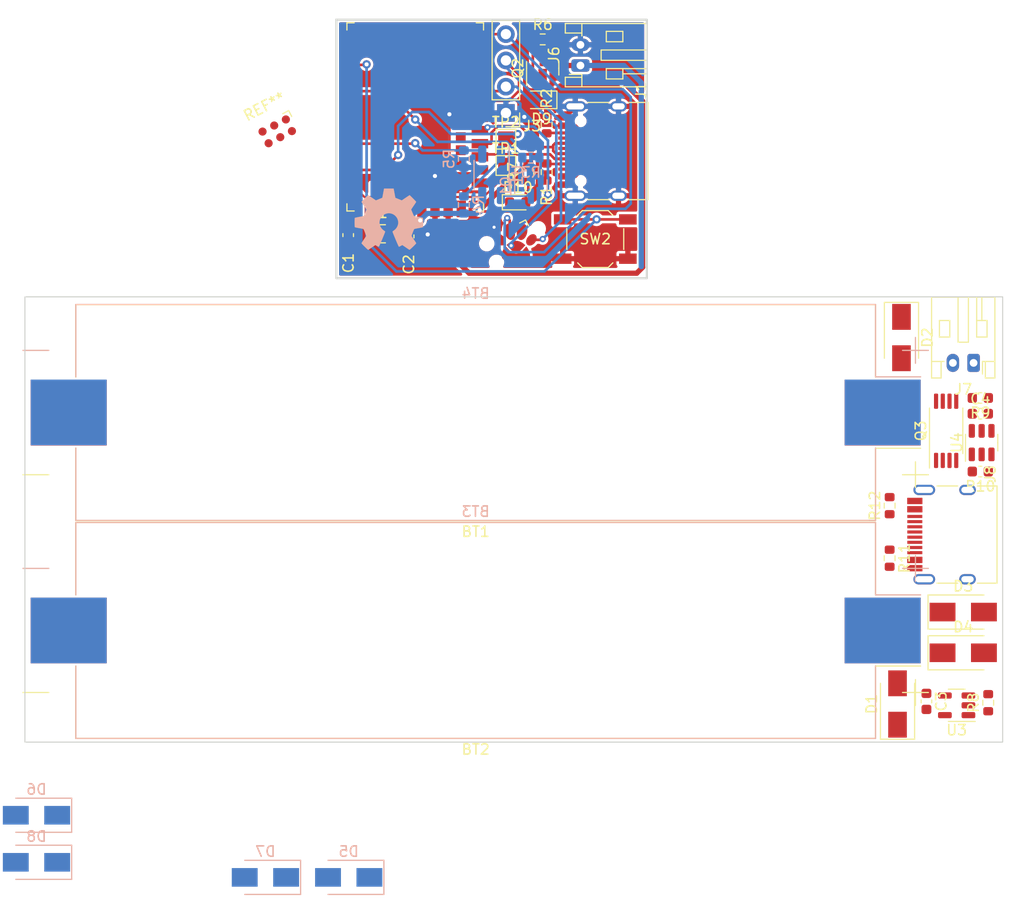
<source format=kicad_pcb>
(kicad_pcb (version 20211014) (generator pcbnew)
  (layers (0 "F.Cu" signal) (31 "B.Cu" signal) (34 "B.Paste" user) (35 "F.Paste" user) (36 "B.SilkS" user "B.Silkscreen") (37 "F.SilkS" user "F.Silkscreen") (38 "B.Mask" user) (39 "F.Mask" user) (44 "Edge.Cuts" user))
  (net 0 "")
  (net 1 "GND")
  (net 2 "VBUS")
  (net 3 "Net-(J1-PadA5)")
  (net 4 "/MCU/USB_DP")
  (net 5 "/MCU/USB_DM")
  (net 7 "Net-(J1-PadB5)")
  (net 9 "+1V8")
  (net 10 "SWDIO")
  (net 11 "RESET")
  (net 12 "SWCLK")
  (net 14 "Net-(Q2-Pad1)")
  (net 15 "+BATT")
  (net 16 "Net-(R4-Pad2)")
  (net 17 "Net-(Q1-Pad3)")
  (net 18 "/MCU/Sensor_Signal")
  (net 23 "/MCU/LED_0")
  (net 28 "Net-(C2-Pad1)")
  (net 29 "Net-(C1-Pad2)")
  (net 39 "/MCU/Button_1")
  (net 40 "/MCU/Button_2")
  (net 41 "Net-(R8-Pad1)")
  (net 42 "/MCU/UART_RX")
  (net 43 "/MCU/UART_TX")
  (net 47 "/MCU/Sensor_LED")
  (net 49 "/MCU/LED_2")
  (net 51 "Net-(BT1-Pad1)")
  (net 52 "Net-(BT2-Pad1)")
  (net 53 "/MCU/Button_3")
  (net 54 "-BATT_RAW")
  (net 55 "Net-(D10-Pad2)")
  (net 56 "Net-(BT3-Pad1)")
  (net 57 "+BATT_RAW")
  (net 58 "Net-(C4-Pad2)")
  (net 61 "Net-(Q3-Pad4)")
  (net 62 "Net-(Q3-Pad5)")
  (net 65 "Net-(R10-Pad1)")
  (net 67 "Net-(BT4-Pad1)")
  (net 68 "Net-(J8-PadA5)")
  (net 72 "Net-(J8-PadB5)")
  (net 76 "+BATT_CHG")
  (footprint "Connector_USB:USB_C_Receptacle_HRO_TYPE-C-31-M-12" (layer "F.Cu") (at 159.944 114.784 90)
    (fp_text reference "J8")
    (fp_text value "USB_C_Receptacle_USB2.0")
  )
  (footprint "Resistor_SMD:R_0603_1608Metric" (layer "F.Cu") (at 120.32 79.732 -90)
    (fp_text reference "R1")
    (fp_text value "5k1")
  )
  (footprint "Battery:BatteryHolder_Keystone_1042_1x18650" (layer "F.Cu") (at 113.462 102.9984 180)
    (fp_text reference "BT1")
    (fp_text value "3.7V LiIon")
  )
  (footprint "Diode_SMD:D_SMA" (layer "F.Cu") (at 160.579 126.214)
    (fp_text reference "D4")
    (fp_text value "SS34")
  )
  (footprint "Capacitor_SMD:C_0603_1608Metric" (layer "F.Cu") (at 162.23 101.576 180)
    (fp_text reference "R9")
    (fp_text value "100")
  )
  (footprint "Capacitor_SMD:C_0603_1608Metric" (layer "F.Cu") (at 106.985 85.955 -90)
    (fp_text reference "C2")
    (fp_text value "12p")
  )
  (footprint "Resistor_SMD:R_0603_1608Metric" (layer "F.Cu") (at 153.467 117.07 -90)
    (fp_text reference "R11")
    (fp_text value "5k1")
  )
  (footprint "Capacitor_SMD:C_0603_1608Metric" (layer "F.Cu") (at 157.023 130.913 -90)
    (fp_text reference "C3")
    (fp_text value "1u")
  )
  (footprint "E73-2G4M08S1C:E73-2G4M08S1C" (layer "F.Cu") (at 107.62 74.398)
    (fp_text reference "U2" hide)
    (fp_text value "E73-2G4M08S1C")
  )
  (footprint "Diode_SMD:D_SMA" (layer "F.Cu") (at 160.579 122.277)
    (fp_text reference "D3")
    (fp_text value "SS34")
  )
  (footprint "Resistor_SMD:R_0603_1608Metric" (layer "F.Cu") (at 119.939 66.905)
    (fp_text reference "R6")
    (fp_text value "100k")
  )
  (footprint "Resistor_SMD:R_0603_1608Metric" (layer "F.Cu") (at 153.467 111.99 90)
    (fp_text reference "R12")
    (fp_text value "5k1")
  )
  (footprint "Resistor_SMD:R_0603_1608Metric" (layer "F.Cu") (at 118.542 79.732 90)
    (fp_text reference "R7")
    (fp_text value "5k1")
  )
  (footprint "Connector:Tag-Connect_TC2030-IDC-NL_2x03_P1.27mm_Vertical" (layer "F.Cu") (at 94.285 75.795 -152.5)
    (fp_text reference "REF**")
    (fp_text value "Tag-Connect_TC2030-IDC-NL_2x03_P1.27mm_Vertical")
  )
  (footprint "Capacitor_SMD:C_0603_1608Metric" (layer "F.Cu") (at 162.23 103.1)
    (fp_text reference "C4")
    (fp_text value "100n")
  )
  (footprint "Diode_SMD:D_SOD-323" (layer "F.Cu") (at 119.812 72.747 180)
    (fp_text reference "D9")
    (fp_text value "D_Schottky")
  )
  (footprint "LeoDJ-kicad:Paw-Connect_TC2030-IDC-NL_2x03_P1.27mm_Vertical" (layer "F.Cu") (at 117.018 86.844)
    (fp_text reference "J2" hide)
    (fp_text value "SWD_TagConnect")
  )
  (footprint "Resistor_SMD:R_0603_1608Metric" (layer "F.Cu") (at 120.32 75.16 90)
    (fp_text reference "R2")
    (fp_text value "5k1")
  )
  (footprint "Package_TO_SOT_SMD:SOT-23" (layer "F.Cu") (at 119.939 69.699 90)
    (fp_text reference "Q2")
    (fp_text value "AO3401A")
  )
  (footprint "Package_SO:TSSOP-8_4.4x3mm_P0.65mm" (layer "F.Cu") (at 158.928 104.751 90)
    (fp_text reference "Q3")
    (fp_text value "FS8205A")
  )
  (footprint "Connector_USB:USB_C_Receptacle_HRO_TYPE-C-31-M-12" (layer "F.Cu") (at 126.214 77.7 90)
    (fp_text reference "J1")
    (fp_text value "USB_C_Receptacle_USB2.0")
  )
  (footprint "Resistor_SMD:R_0603_1608Metric" (layer "F.Cu") (at 162.992 131.04 90)
    (fp_text reference "R8")
    (fp_text value "2k2")
  )
  (footprint "Button_Switch_SMD:SW_SPST_TL3342" (layer "F.Cu") (at 125.019 86.209)
    (fp_text reference "SW2")
    (fp_text value "SW_Push")
  )
  (footprint "Diode_SMD:D_SMA" (layer "F.Cu") (at 154.61 95.734 -90)
    (fp_text reference "D2")
    (fp_text value "SS34")
  )
  (footprint "TestPoint:TestPoint_Pad_1.5x1.5mm" (layer "F.Cu") (at 116.383 76.557)
    (fp_text reference "TP2")
    (fp_text value "TestPoint")
  )
  (footprint "Battery:BatteryHolder_Keystone_1042_1x18650" (layer "F.Cu") (at 113.462 124.055 180)
    (fp_text reference "BT2")
    (fp_text value "3.7V LiIon")
  )
  (footprint "Package_TO_SOT_SMD:TSOT-23-5" (layer "F.Cu") (at 159.944 131.294 180)
    (fp_text reference "U3")
    (fp_text value "LTC4054ES5-4.2")
  )
  (footprint "Connector_JST:JST_PH_S2B-PH-K_1x02_P2.00mm_Horizontal" (layer "F.Cu") (at 123.585 69.429 90)
    (fp_text reference "J6")
    (fp_text value "Conn_01x02")
  )
  (footprint "Diode_SMD:D_SMA" (layer "F.Cu") (at 154.229 131.167 90)
    (fp_text reference "D1")
    (fp_text value "SS34")
  )
  (footprint "Package_TO_SOT_SMD:SOT-23-6" (layer "F.Cu") (at 162.357 105.894 90)
    (fp_text reference "U4")
    (fp_text value "DW01A")
  )
  (footprint "TestPoint:TestPoint_Pad_1.5x1.5mm" (layer "F.Cu") (at 116.383 79.097)
    (fp_text reference "TP1")
    (fp_text value "TestPoint")
  )
  (footprint "Capacitor_SMD:C_0603_1608Metric" (layer "F.Cu") (at 101.143 85.828 90)
    (fp_text reference "C1")
    (fp_text value "12p")
  )
  (footprint "Capacitor_SMD:C_0603_1608Metric" (layer "F.Cu") (at 162.23 108.688 180)
    (fp_text reference "R10")
    (fp_text value "1k")
  )
  (footprint "LED_SMD:LED_0603_1608Metric" (layer "F.Cu") (at 117.526 82.653)
    (fp_text reference "D10")
    (fp_text value "LED")
  )
  (footprint "Connector_JST:JST_PH_S2B-PH-K_1x02_P2.00mm_Horizontal" (layer "F.Cu") (at 161.579 98.184 180)
    (fp_text reference "J7")
    (fp_text value "Conn_01x02")
  )
  (footprint "Connector_PinHeader_2.54mm:PinHeader_1x04_P2.54mm_Vertical" (layer "F.Cu") (at 116.383 74.017 180)
    (fp_text reference "J3")
    (fp_text value "SWD")
  )
  (footprint "Crystal:Crystal_SMD_3215-2Pin_3.2x1.5mm" (layer "F.Cu") (at 104.064 85.701 180)
    (fp_text reference "Y1")
    (fp_text value "32.768kHz")
  )
  (footprint "Diode_SMD:D_SMA" (layer "B.Cu") (at 93.142 147.931 180)
    (fp_text reference "D7")
    (fp_text value "SS34")
  )
  (footprint "Diode_SMD:D_SMA" (layer "B.Cu") (at 71.018 146.472 180)
    (fp_text reference "D8")
    (fp_text value "SS34")
  )
  (footprint "Resistor_SMD:R_0603_1608Metric" (layer "B.Cu") (at 118.796 78.335)
    (fp_text reference "R3")
    (fp_text value "5k1")
  )
  (footprint "Resistor_SMD:R_0603_1608Metric" (layer "B.Cu") (at 112.319 78.462 -90)
    (fp_text reference "R5")
    (fp_text value "100k")
  )
  (footprint "Battery:BatteryHolder_Keystone_1042_1x18650" (layer "B.Cu") (at 113.462 102.973 180)
    (fp_text reference "BT4")
    (fp_text value "3.7V LiIon")
  )
  (footprint "Battery:BatteryHolder_Keystone_1042_1x18650" (layer "B.Cu") (at 113.462 124.055 180)
    (fp_text reference "BT3")
    (fp_text value "3.7V LiIon")
  )
  (footprint "Symbol:OSHW-Symbol_6.7x6mm_SilkScreen" (layer "B.Cu") (at 105.08 84.304 180)
    (fp_text reference "LOGO1" hide)
    (fp_text value "Logo_Open_Hardware_Small" hide)
  )
  (footprint "Package_TO_SOT_SMD:SOT-23" (layer "B.Cu") (at 118.796 81.129 -90)
    (fp_text reference "Q1")
    (fp_text value "Q_NMOS_GSD")
  )
  (footprint "Diode_SMD:D_SMA" (layer "B.Cu") (at 101.192 147.931 180)
    (fp_text reference "D5")
    (fp_text value "SS34")
  )
  (footprint "Diode_SMD:D_SMA" (layer "B.Cu") (at 71.018 141.922 180)
    (fp_text reference "D6")
    (fp_text value "SS34")
  )
  (footprint "OptoDevice:OnSemi_CASE100CY" (layer "B.Cu") (at 115 80 180)
    (fp_text reference "U1")
    (fp_text value "QRE1113GR")
  )
  (footprint "Resistor_SMD:R_0603_1608Metric" (layer "B.Cu") (at 112.319 82.907 90)
    (fp_text reference "R4")
    (fp_text value "33")
  )
  (gr_rect (start 164.389 91.797) (end 69.901 134.85) (layer "Edge.Cuts") (width 0.1) (fill none))
  (gr_rect (start 100 65) (end 130 90) (layer "Edge.Cuts") (width 0.2) (fill none))
  (segment (start 109.53 83.298) (end 109.53 85.061) (width 0.508) (layer "F.Cu") (net 1))
  (segment (start 122.169 74.45) (end 122.169 74.295) (width 0.508) (layer "F.Cu") (net 1))
  (segment (start 111.43 81.129) (end 110.414 80.113) (width 0.254) (layer "F.Cu") (net 1))
  (segment (start 115.24 85.193) (end 115.24 85.066) (width 0.254) (layer "F.Cu") (net 1))
  (segment (start 111.43 81.298) (end 111.43 81.129) (width 0.254) (layer "F.Cu") (net 1))
  (segment (start 108.8265 85.7645) (end 107.861 86.73) (width 0.508) (layer "F.Cu") (net 1))
  (segment (start 115.24 85.666) (end 115.24 85.193) (width 0.254) (layer "F.Cu") (net 1))
  (segment (start 109.53 85.061) (end 108.8265 85.7645) (width 0.508) (layer "F.Cu") (net 1))
  (segment (start 122.169 74.295) (end 123.084 73.38) (width 0.508) (layer "F.Cu") (net 1))
  (segment (start 107.861 86.73) (end 106.985 86.73) (width 0.508) (layer "F.Cu") (net 1))
  (segment (start 110.414 80.113) (end 109.525 80.113) (width 0.254) (layer "F.Cu") (net 1))
  (segment (start 115.838 86.264) (end 115.24 85.666) (width 0.254) (layer "F.Cu") (net 1))
  (via (at 109.525 80.113) (size 0.8) (drill 0.4) (layers "F.Cu" "B.Cu") (net 1))
  (via (at 108.8265 85.7645) (size 0.8) (drill 0.4) (layers "F.Cu" "B.Cu") (net 1))
  (via (at 115.24 85.066) (size 0.6) (drill 0.3) (layers "F.Cu" "B.Cu") (net 1))
  (segment (start 119.746 78.46) (end 119.621 78.335) (width 0.254) (layer "B.Cu") (net 1))
  (segment (start 119.746 80.1915) (end 119.746 78.46) (width 0.254) (layer "B.Cu") (net 1))
  (segment (start 110.922 79.224) (end 110.922 74.144) (width 0.254) (layer "F.Cu") (net 2))
  (segment (start 120.014709 75.25) (end 122.169 75.25) (width 0.254) (layer "F.Cu") (net 2))
  (segment (start 122.169 75.25) (end 123.148 75.25) (width 0.254) (layer "F.Cu") (net 2))
  (segment (start 123.821501 75.923501) (end 123.821501 79.476499) (width 0.254) (layer "F.Cu") (net 2))
  (segment (start 118.762 73.997291) (end 120.014709 75.25) (width 0.254) (layer "F.Cu") (net 2))
  (segment (start 123.821501 79.476499) (end 123.148 80.15) (width 0.254) (layer "F.Cu") (net 2))
  (segment (start 118.762 72.747) (end 118.762 73.997291) (width 0.254) (layer "F.Cu") (net 2))
  (segment (start 113.87 79.528) (end 113.539 79.859) (width 0.254) (layer "F.Cu") (net 2))
  (segment (start 123.148 80.15) (end 122.169 80.15) (width 0.254) (layer "F.Cu") (net 2))
  (segment (start 123.148 75.25) (end 123.821501 75.923501) (width 0.254) (layer "F.Cu") (net 2))
  (segment (start 113.539 79.859) (end 111.557 79.859) (width 0.254) (layer "F.Cu") (net 2))
  (segment (start 118.762 73.997291) (end 118.561709 73.997291) (width 0.254) (layer "F.Cu") (net 2))
  (segment (start 118.561709 73.997291) (end 118.161 74.398) (width 0.254) (layer "F.Cu") (net 2))
  (segment (start 111.557 79.859) (end 110.922 79.224) (width 0.254) (layer "F.Cu") (net 2))
  (via (at 110.922 74.144) (size 0.8) (drill 0.4) (layers "F.Cu" "B.Cu") (net 2))
  (via (at 118.161 74.398) (size 0.8) (drill 0.4) (layers "F.Cu" "B.Cu") (net 2))
  (segment (start 117.399 72.747) (end 112.319 72.747) (width 0.254) (layer "B.Cu") (net 2))
  (segment (start 118.161 74.398) (end 117.78 74.017) (width 0.254) (layer "B.Cu") (net 2))
  (segment (start 117.78 74.017) (end 117.78 73.128) (width 0.254) (layer "B.Cu") (net 2))
  (segment (start 117.78 73.128) (end 117.399 72.747) (width 0.254) (layer "B.Cu") (net 2))
  (segment (start 112.319 72.747) (end 110.922 74.144) (width 0.254) (layer "B.Cu") (net 2))
  (segment (start 120.363 78.95) (end 122.169 78.95) (width 0.254) (layer "F.Cu") (net 3))
  (segment (start 120.32 78.907) (end 120.363 78.95) (width 0.254) (layer "F.Cu") (net 3))
  (segment (start 120.955 77.680361) (end 120.955 77.319) (width 0.254) (layer "F.Cu") (net 4))
  (segment (start 122.169 77.95) (end 121.224639 77.95) (width 0.254) (layer "F.Cu") (net 4))
  (segment (start 114.924 76.988) (end 113.87 76.988) (width 0.254) (layer "F.Cu") (net 4))
  (segment (start 117.78 75.287) (end 115.621 75.287) (width 0.254) (layer "F.Cu") (net 4))
  (segment (start 120.955 77.319) (end 119.812 77.319) (width 0.254) (layer "F.Cu") (net 4))
  (segment (start 120.955 77.319) (end 120.955 77.135) (width 0.254) (layer "F.Cu") (net 4))
  (segment (start 119.812 77.319) (end 117.78 75.287) (width 0.254) (layer "F.Cu") (net 4))
  (segment (start 114.997 75.911) (end 114.997 76.915) (width 0.254) (layer "F.Cu") (net 4))
  (segment (start 121.14 76.95) (end 122.169 76.95) (width 0.254) (layer "F.Cu") (net 4))
  (segment (start 114.997 76.915) (end 114.924 76.988) (width 0.254) (layer "F.Cu") (net 4))
  (segment (start 120.955 77.135) (end 121.14 76.95) (width 0.254) (layer "F.Cu") (net 4))
  (segment (start 115.621 75.287) (end 114.997 75.911) (width 0.254) (layer "F.Cu") (net 4))
  (segment (start 121.224639 77.95) (end 120.955 77.680361) (width 0.254) (layer "F.Cu") (net 4))
  (segment (start 122.169 78.45) (end 121.083291 78.45) (width 0.254) (layer "F.Cu") (net 5))
  (segment (start 123.148 78.45) (end 123.368 78.23) (width 0.254) (layer "F.Cu") (net 5))
  (segment (start 123.368 77.62) (end 123.198 77.45) (width 0.254) (layer "F.Cu") (net 5))
  (segment (start 122.169 78.45) (end 123.148 78.45) (width 0.254) (layer "F.Cu") (net 5))
  (segment (start 123.198 77.45) (end 122.169 77.45) (width 0.254) (layer "F.Cu") (net 5))
  (segment (start 123.368 78.23) (end 123.368 77.62) (width 0.254) (layer "F.Cu") (net 5))
  (segment (start 114.108 78.02) (end 113.87 78.258) (width 0.254) (layer "F.Cu") (net 5))
  (segment (start 120.653291 78.02) (end 114.108 78.02) (width 0.254) (layer "F.Cu") (net 5))
  (segment (start 121.083291 78.45) (end 120.653291 78.02) (width 0.254) (layer "F.Cu") (net 5))
  (segment (start 120.355 75.95) (end 122.169 75.95) (width 0.254) (layer "F.Cu") (net 7))
  (segment (start 120.32 75.985) (end 120.355 75.95) (width 0.254) (layer "F.Cu") (net 7))
  (segment (start 108.102484 83.455516) (end 108.102484 84.405484) (width 0.508) (layer "F.Cu") (net 9))
  (segment (start 113.97 83.542) (end 113.843 83.415) (width 0.254) (layer "F.Cu") (net 9))
  (segment (start 117.948 84.218) (end 117.272 83.542) (width 0.254) (layer "F.Cu") (net 9))
  (segment (start 117.613 80.275) (end 117.14 80.748) (width 0.508) (layer "F.Cu") (net 9))
  (segment (start 117.14 80.748) (end 116.51 80.748) (width 0.508) (layer "F.Cu") (net 9))
  (segment (start 117.613 79.836) (end 117.613 80.275) (width 0.508) (layer "F.Cu") (net 9))
  (segment (start 117.272 83.542) (end 113.97 83.542) (width 0.254) (layer "F.Cu") (net 9))
  (segment (start 118.542 78.907) (end 117.613 79.836) (width 0.508) (layer "F.Cu") (net 9))
  (segment (start 117.948 85.564) (end 117.948 84.218) (width 0.254) (layer "F.Cu") (net 9))
  (segment (start 108.26 83.298) (end 108.102484 83.455516) (width 0.508) (layer "F.Cu") (net 9))
  (segment (start 116.51 80.748) (end 113.843 83.415) (width 0.508) (layer "F.Cu") (net 9))
  (via (at 108.102484 84.405484) (size 0.8) (drill 0.4) (layers "F.Cu" "B.Cu") (net 9))
  (via (at 113.843 83.415) (size 0.8) (drill 0.4) (layers "F.Cu" "B.Cu") (net 9))
  (segment (start 114.1 83.158) (end 113.526 83.732) (width 0.508) (layer "B.Cu") (net 9))
  (segment (start 114.1 82) (end 114.1 83.158) (width 0.508) (layer "B.Cu") (net 9))
  (segment (start 108.775968 83.732) (end 108.102484 84.405484) (width 0.508) (layer "B.Cu") (net 9))
  (segment (start 113.526 83.732) (end 112.319 83.732) (width 0.508) (layer "B.Cu") (net 9))
  (segment (start 112.319 83.732) (end 108.775968 83.732) (width 0.508) (layer "B.Cu") (net 9))
  (segment (start 116.256 68.937) (end 117.653 70.334) (width 0.254) (layer "F.Cu") (net 10))
  (segment (start 117.653 71.87153) (end 116.68453 72.84) (width 0.254) (layer "F.Cu") (net 10))
  (segment (start 117.653 70.334) (end 117.653 71.87153) (width 0.254) (layer "F.Cu") (net 10))
  (segment (start 119.864 86.284) (end 119.939 86.209) (width 0.254) (layer "F.Cu") (net 10))
  (segment (start 116.68453 72.84) (end 114.208 72.84) (width 0.254) (layer "F.Cu") (net 10))
  (segment (start 114.208 72.84) (end 113.87 73.178) (width 0.254) (layer "F.Cu") (net 10))
  (segment (start 118.838 86.284) (end 119.864 86.284) (width 0.254) (layer "F.Cu") (net 10))
  (segment (start 116.383 68.937) (end 116.256 68.937) (width 0.254) (layer "F.Cu") (net 10))
  (via (at 119.939 86.209) (size 0.6) (drill 0.3) (layers "F.Cu" "B.Cu") (net 10))
  (segment (start 116.383 68.937) (end 116.383 69.578348) (width 0.254) (layer "B.Cu") (net 10))
  (segment (start 121.707 84.441) (end 119.939 86.209) (width 0.254) (layer "B.Cu") (net 10))
  (segment (start 116.383 69.578348) (end 121.707 74.902348) (width 0.254) (layer "B.Cu") (net 10))
  (segment (start 121.707 74.902348) (end 121.707 84.441) (width 0.254) (layer "B.Cu") (net 10))
  (segment (start 116.748 85.544) (end 116.748 84.412006) (width 0.254) (layer "F.Cu") (net 11))
  (segment (start 116.748 84.412006) (end 116.511497 84.175503) (width 0.254) (layer "F.Cu") (net 11))
  (segment (start 110.214499 79.157847) (end 111.369154 80.312501) (width 0.254) (layer "F.Cu") (net 11))
  (segment (start 111.369154 80.312501) (end 113.384501 80.312501) (width 0.254) (layer "F.Cu") (net 11))
  (segment (start 116.383 66.397) (end 114.022 66.397) (width 0.254) (layer "F.Cu") (net 11))
  (segment (start 113.384501 80.312501) (end 113.87 80.798) (width 0.254) (layer "F.Cu") (net 11))
  (segment (start 114.022 66.397) (end 109.906 70.513) (width 0.254) (layer "F.Cu") (net 11))
  (segment (start 109.906 78.843) (end 110.214499 79.151499) (width 0.254) (layer "F.Cu") (net 11))
  (segment (start 110.214499 79.151499) (end 110.214499 79.157847) (width 0.254) (layer "F.Cu") (net 11))
  (segment (start 109.906 70.513) (end 109.906 78.843) (width 0.254) (layer "F.Cu") (net 11))
  (via (at 116.511497 84.175503) (size 0.6) (drill 0.3) (layers "F.Cu" "B.Cu") (net 11))
  (segment (start 116.383 66.397) (end 121.717 71.731) (width 0.254) (layer "B.Cu") (net 11))
  (segment (start 116.2645 84.4225) (end 116.511497 84.175503) (width 0.254) (layer "B.Cu") (net 11))
  (segment (start 116.631495 87.4705) (end 116.2645 87.103505) (width 0.254) (layer "B.Cu") (net 11))
  (segment (start 116.2645 87.103505) (end 116.2645 84.4225) (width 0.254) (layer "B.Cu") (net 11))
  (segment (start 121.717 71.731) (end 127.686 71.731) (width 0.254) (layer "B.Cu") (net 11))
  (segment (start 128.448 82.78) (end 127.94 83.288) (width 0.254) (layer "B.Cu") (net 11))
  (segment (start 127.94 83.288) (end 124.257 83.288) (width 0.254) (layer "B.Cu") (net 11))
  (segment (start 120.0745 87.4705) (end 116.631495 87.4705) (width 0.254) (layer "B.Cu") (net 11))
  (segment (start 128.448 72.493) (end 128.448 82.78) (width 0.254) (layer "B.Cu") (net 11))
  (segment (start 127.686 71.731) (end 128.448 72.493) (width 0.254) (layer "B.Cu") (net 11))
  (segment (start 124.257 83.288) (end 120.0745 87.4705) (width 0.254) (layer "B.Cu") (net 11))
  (segment (start 117.358 86.884) (end 117.318 86.844) (width 0.254) (layer "F.Cu") (net 12))
  (segment (start 113.87 71.908) (end 115.952 71.908) (width 0.254) (layer "F.Cu") (net 12))
  (segment (start 115.952 71.908) (end 116.383 71.477) (width 0.254) (layer "F.Cu") (net 12))
  (segment (start 117.318 86.844) (end 116.891 86.844) (width 0.254) (layer "F.Cu") (net 12))
  (via (at 116.891 86.844) (size 0.6) (drill 0.3) (layers "F.Cu" "B.Cu") (net 12))
  (segment (start 121.253499 75.331499) (end 121.253499 82.227501) (width 0.254) (layer "B.Cu") (net 12))
  (segment (start 120.445351 83.034) (end 116.891 86.588351) (width 0.254) (layer "B.Cu") (net 12))
  (segment (start 116.383 71.477) (end 117.399 71.477) (width 0.254) (layer "B.Cu") (net 12))
  (segment (start 117.399 71.477) (end 121.253499 75.331499) (width 0.254) (layer "B.Cu") (net 12))
  (segment (start 116.891 86.588351) (end 116.891 86.844) (width 0.254) (layer "B.Cu") (net 12))
  (segment (start 121.253499 82.227501) (end 120.447 83.034) (width 0.254) (layer "B.Cu") (net 12))
  (segment (start 120.447 83.034) (end 120.445351 83.034) (width 0.254) (layer "B.Cu") (net 12))
  (segment (start 118.989 67.03) (end 119.114 66.905) (width 0.254) (layer "F.Cu") (net 14))
  (segment (start 118.989 70.6365) (end 118.989 67.03) (width 0.254) (layer "F.Cu") (net 14))
  (segment (start 129.591 88.945) (end 129.025 89.511) (width 0.508) (layer "F.Cu") (net 15))
  (segment (start 129.025 89.511) (end 112.827 89.511) (width 0.508) (layer "F.Cu") (net 15))
  (segment (start 112.827 89.511) (end 110.8 87.484) (width 0.508) (layer "F.Cu") (net 15))
  (segment (start 129.591 72.874) (end 129.591 88.945) (width 0.508) (layer "F.Cu") (net 15))
  (segment (start 120.862 70.6635) (end 120.889 70.6365) (width 0.254) (layer "F.Cu") (net 15))
  (segment (start 120.862 72.747) (end 120.862 70.6635) (width 0.254) (layer "F.Cu") (net 15))
  (segment (start 127.3535 70.6365) (end 129.591 72.874) (width 0.508) (layer "F.Cu") (net 15))
  (segment (start 120.889 70.6365) (end 127.3535 70.6365) (width 0.508) (layer "F.Cu") (net 15))
  (segment (start 110.8 87.484) (end 110.8 83.298) (width 0.508) (layer "F.Cu") (net 15))
  (segment (start 112.319 82.082) (end 115.9 78.501) (width 0.254) (layer "B.Cu") (net 16))
  (segment (start 115.9 78.501) (end 115.9 78) (width 0.254) (layer "B.Cu") (net 16))
  (segment (start 118.7295 82) (end 118.796 82.0665) (width 0.254) (layer "B.Cu") (net 17))
  (segment (start 115.9 82) (end 118.7295 82) (width 0.254) (layer "B.Cu") (net 17))
  (segment (start 101.37 76.988) (end 107.57 76.988) (width 0.254) (layer "F.Cu") (net 18))
  (segment (start 107.57 76.988) (end 107.62 76.938) (width 0.254) (layer "F.Cu") (net 18))
  (via (at 107.62 76.938) (size 0.8) (drill 0.4) (layers "F.Cu" "B.Cu") (net 18))
  (segment (start 112.319 77.637) (end 108.319 77.637) (width 0.254) (layer "B.Cu") (net 18))
  (segment (start 108.319 77.637) (end 107.62 76.938) (width 0.254) (layer "B.Cu") (net 18))
  (segment (start 112.319 77.637) (end 113.737 77.637) (width 0.254) (layer "B.Cu") (net 18))
  (segment (start 113.737 77.637) (end 114.1 78) (width 0.254) (layer "B.Cu") (net 18))
  (segment (start 114.301 75.718) (end 114.605 75.414) (width 0.254) (layer "F.Cu") (net 23))
  (segment (start 117.868693 83.455) (end 118.883 83.455) (width 0.254) (layer "F.Cu") (net 23))
  (segment (start 118.883 83.455) (end 120.447 81.891) (width 0.254) (layer "F.Cu") (net 23))
  (segment (start 113.87 75.718) (end 114.301 75.718) (width 0.254) (layer "F.Cu") (net 23))
  (segment (start 116.7385 82.653) (end 117.066693 82.653) (width 0.254) (layer "F.Cu") (net 23))
  (segment (start 117.066693 82.653) (end 117.868693 83.455) (width 0.254) (layer "F.Cu") (net 23))
  (via (at 120.447 81.891) (size 0.8) (drill 0.4) (layers "F.Cu" "B.Cu") (net 23))
  (via (at 114.605 75.414) (size 0.6) (drill 0.3) (layers "F.Cu" "B.Cu") (net 23))
  (segment (start 114.690786 75.328214) (end 119.091214 75.328214) (width 0.254) (layer "B.Cu") (net 23))
  (segment (start 120.447 76.684) (end 120.447 81.891) (width 0.254) (layer "B.Cu") (net 23))
  (segment (start 119.091214 75.328214) (end 120.447 76.684) (width 0.254) (layer "B.Cu") (net 23))
  (segment (start 114.605 75.414) (end 114.690786 75.328214) (width 0.254) (layer "B.Cu") (net 23))
  (segment (start 104.45 83.298) (end 104.45 84.436) (width 0.254) (layer "F.Cu") (net 28))
  (segment (start 105.5275 85.18) (end 105.314 85.3935) (width 0.254) (layer "F.Cu") (net 28))
  (segment (start 104.45 84.436) (end 105.314 85.3) (width 0.254) (layer "F.Cu") (net 28))
  (segment (start 106.985 85.18) (end 105.5275 85.18) (width 0.254) (layer "F.Cu") (net 28))
  (segment (start 105.314 85.3935) (end 105.314 85.701) (width 0.254) (layer "F.Cu") (net 28))
  (segment (start 105.314 85.3) (end 105.314 85.701) (width 0.254) (layer "F.Cu") (net 28))
  (segment (start 103.18 85.335) (end 102.814 85.701) (width 0.254) (layer "F.Cu") (net 29))
  (segment (start 103.18 83.298) (end 103.18 85.335) (width 0.254) (layer "F.Cu") (net 29))
  (segment (start 102.547 85.053) (end 102.814 85.32) (width 0.254) (layer "F.Cu") (net 29))
  (segment (start 101.143 85.053) (end 102.547 85.053) (width 0.254) (layer "F.Cu") (net 29))
  (segment (start 102.871 69.368) (end 102.921 69.318) (width 0.254) (layer "F.Cu") (net 39))
  (segment (start 128.169 84.309) (end 125.151 84.309) (width 0.254) (layer "F.Cu") (net 39))
  (segment (start 101.37 69.368) (end 102.871 69.368) (width 0.254) (layer "F.Cu") (net 39))
  (segment (start 125.141 84.309) (end 125.146 84.304) (width 0.254) (layer "F.Cu") (net 39))
  (segment (start 121.869 84.309) (end 125.141 84.309) (width 0.254) (layer "F.Cu") (net 39))
  (segment (start 125.151 84.309) (end 125.146 84.304) (width 0.254) (layer "F.Cu") (net 39))
  (via (at 125.146 84.304) (size 0.8) (drill 0.4) (layers "F.Cu" "B.Cu") (net 39))
  (via (at 102.921 69.318) (size 0.8) (drill 0.4) (layers "F.Cu" "B.Cu") (net 39))
  (segment (start 102.921 69.318) (end 102.921 86.463) (width 0.254) (layer "B.Cu") (net 39))
  (segment (start 105.795598 89.337598) (end 120.112402 89.337598) (width 0.254) (layer "B.Cu") (net 39))
  (segment (start 102.921 86.463) (end 105.795598 89.337598) (width 0.254) (layer "B.Cu") (net 39))
  (segment (start 120.112402 89.337598) (end 125.146 84.304) (width 0.254) (layer "B.Cu") (net 39))
  (segment (start 116.383 79.986) (end 116.383 79.097) (width 0.2) (layer "F.Cu") (net 42))
  (segment (start 102.717 82.145) (end 114.224 82.145) (width 0.2) (layer "F.Cu") (net 42))
  (segment (start 114.224 82.145) (end 116.383 79.986) (width 0.2) (layer "F.Cu") (net 42))
  (segment (start 101.37 80.798) (end 102.717 82.145) (width 0.2) (layer "F.Cu") (net 42))
  (segment (start 104.522 79.528) (end 105.969 78.081) (width 0.254) (layer "F.Cu") (net 43))
  (segment (start 101.37 79.528) (end 104.522 79.528) (width 0.254) (layer "F.Cu") (net 43))
  (segment (start 117.018 76.557) (end 117.520286 76.054714) (width 0.254) (layer "F.Cu") (net 43))
  (segment (start 116.383 76.557) (end 117.018 76.557) (width 0.254) (layer "F.Cu") (net 43))
  (via (at 105.969 78.081) (size 0.8) (drill 0.4) (layers "F.Cu" "B.Cu") (net 43))
  (via (at 117.520286 76.054714) (size 0.8) (drill 0.4) (layers "F.Cu" "B.Cu") (net 43))
  (segment (start 105.969 78.081) (end 105.969 75.275573) (width 0.254) (layer "B.Cu") (net 43))
  (segment (start 105.969 75.275573) (end 107.319073 73.9255) (width 0.254) (layer "B.Cu") (net 43))
  (segment (start 111.060427 76.049) (end 117.514572 76.049) (width 0.254) (layer "B.Cu") (net 43))
  (segment (start 107.319073 73.9255) (end 108.936927 73.9255) (width 0.254) (layer "B.Cu") (net 43))
  (segment (start 108.936927 73.9255) (end 111.060427 76.049) (width 0.254) (layer "B.Cu") (net 43))
  (segment (start 117.514572 76.049) (end 117.520286 76.054714) (width 0.254) (layer "B.Cu") (net 43))
  (segment (start 104.876 71.908) (end 107.62 74.652) (width 0.254) (layer "F.Cu") (net 47))
  (segment (start 101.37 71.908) (end 104.876 71.908) (width 0.254) (layer "F.Cu") (net 47))
  (via (at 107.62 74.652) (size 0.8) (drill 0.4) (layers "F.Cu" "B.Cu") (net 47))
  (segment (start 116.447 76.811) (end 109.779 76.811) (width 0.254) (layer "B.Cu") (net 47))
  (segment (start 117.846 80.1915) (end 117.846 78.46) (width 0.254) (layer "B.Cu") (net 47))
  (segment (start 117.846 78.46) (end 117.971 78.335) (width 0.254) (layer "B.Cu") (net 47))
  (segment (start 117.971 78.335) (end 116.447 76.811) (width 0.254) (layer "B.Cu") (net 47))
  (segment (start 109.779 76.811) (end 107.62 74.652) (width 0.254) (layer "B.Cu") (net 47))
  (segment (start 118.3135 82.653) (end 118.3135 81.7385) (width 0.254) (layer "F.Cu") (net 55))
  (segment (start 118.542 81.51) (end 118.542 80.557) (width 0.254) (layer "F.Cu") (net 55))
  (segment (start 118.3135 81.7385) (end 118.542 81.51) (width 0.254) (layer "F.Cu") (net 55))
  (segment (start 123.585 69.429) (end 121.574 69.429) (width 0.508) (layer "F.Cu") (net 57))
  (segment (start 120.9065 68.7615) (end 119.939 68.7615) (width 0.508) (layer "F.Cu") (net 57))
  (segment (start 121.574 69.429) (end 120.9065 68.7615) (width 0.508) (layer "F.Cu") (net 57))
  (segment (start 127.797 69.429) (end 129.337 70.969) (width 0.508) (layer "B.Cu") (net 57))
  (segment (start 129.464 71.096) (end 129.464 88.876) (width 0.508) (layer "B.Cu") (net 57))
  (segment (start 129.337 70.969) (end 129.464 71.096) (width 0.508) (layer "B.Cu") (net 57))
  (segment (start 123.585 69.429) (end 127.797 69.429) (width 0.508) (layer "B.Cu") (net 57))
  (zone (net 1) (net_name "GND") (layer "F.Cu") (name "GND") (connect_pads (clearance 0.254)) (min_thickness 0.254) (fill yes (thermal_gap 0.254) (thermal_bridge_width 0.508))
    (polygon (pts (xy 132.004 91.035) (xy 98.222 91.035) (xy 98.222 63.095) (xy 132.004 63.095)))
  )
  (zone (net 1) (net_name "GND") (layer "B.Cu") (connect_pads (clearance 0.254)) (min_thickness 0.254) (fill yes (thermal_gap 0.254) (thermal_bridge_width 0.508))
    (polygon (pts (xy 131.115 90.781) (xy 98.73 90.781) (xy 98.73 63.73) (xy 131.115 63.73)))
  )
)
</source>
